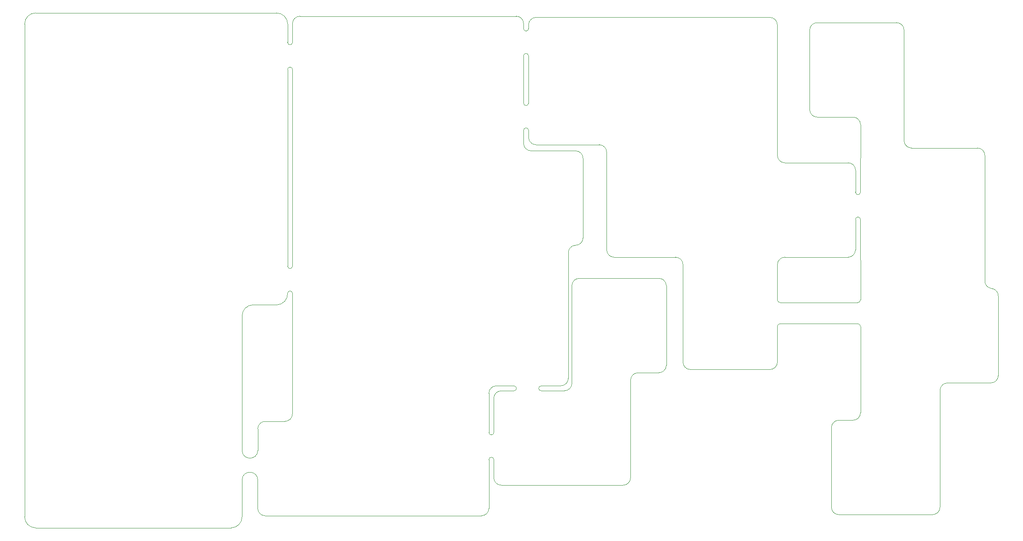
<source format=gbr>
%TF.GenerationSoftware,KiCad,Pcbnew,(6.0.7)*%
%TF.CreationDate,2023-01-06T20:11:21-06:00*%
%TF.ProjectId,OpenRectangle,4f70656e-5265-4637-9461-6e676c652e6b,rev?*%
%TF.SameCoordinates,Original*%
%TF.FileFunction,Profile,NP*%
%FSLAX46Y46*%
G04 Gerber Fmt 4.6, Leading zero omitted, Abs format (unit mm)*
G04 Created by KiCad (PCBNEW (6.0.7)) date 2023-01-06 20:11:21*
%MOMM*%
%LPD*%
G01*
G04 APERTURE LIST*
%TA.AperFunction,Profile*%
%ADD10C,0.100000*%
%TD*%
%TA.AperFunction,Profile*%
%ADD11C,0.050000*%
%TD*%
G04 APERTURE END LIST*
D10*
X306963013Y-82830000D02*
G75*
G03*
X307533112Y-83400087I570087J0D01*
G01*
X323166888Y-83396975D02*
X307533112Y-83400087D01*
X315000000Y-45975199D02*
X322250000Y-45975786D01*
X306959999Y-53682730D02*
X306960104Y-27378251D01*
X202068840Y-124891260D02*
G75*
G03*
X203578834Y-126401260I1509960J-40D01*
G01*
X266228835Y-71831279D02*
G75*
G03*
X264758834Y-73341260I40565J-1510021D01*
G01*
X251226866Y-101189966D02*
G75*
G03*
X249716866Y-102699911I34J-1510034D01*
G01*
X256732268Y-50040000D02*
X256730000Y-48650000D01*
X350050000Y-99605786D02*
X341310000Y-99605786D01*
X317870000Y-124665786D02*
X317870000Y-108635786D01*
X254228834Y-25621260D02*
X210588834Y-25621260D01*
X208106476Y-27196202D02*
G75*
G03*
X205879911Y-24966822I-2226776J2602D01*
G01*
X263974622Y-101190122D02*
G75*
G03*
X265484622Y-99680088I-122J1510122D01*
G01*
X348840014Y-53705786D02*
G75*
G03*
X347340000Y-52205786I-1499914J86D01*
G01*
X267738834Y-54291260D02*
X267738834Y-70321260D01*
X255730000Y-48650000D02*
X255730000Y-51280000D01*
X247218834Y-126401260D02*
X203578834Y-126401260D01*
X278837145Y-97549245D02*
G75*
G03*
X277327145Y-99059287I-45J-1509955D01*
G01*
X207568835Y-107353535D02*
G75*
G03*
X209078835Y-105843529I65J1509935D01*
G01*
X255738840Y-27131260D02*
G75*
G03*
X254228834Y-25621260I-1510040J-40D01*
G01*
X321226877Y-74238657D02*
G75*
G03*
X322734537Y-72740000I1223J1506457D01*
G01*
X322730000Y-61120000D02*
X322734537Y-56698192D01*
X264758834Y-81141260D02*
X264758834Y-98671260D01*
X266994597Y-78495097D02*
G75*
G03*
X265484597Y-80005079I-97J-1509903D01*
G01*
X205879911Y-24966822D02*
X157240089Y-24966822D01*
X209078835Y-105843529D02*
X209090000Y-81530000D01*
X249716866Y-102699911D02*
X249730000Y-109580000D01*
X317870014Y-124665786D02*
G75*
G03*
X319380000Y-126175786I1510086J86D01*
G01*
X272499999Y-72732730D02*
X272500930Y-53060116D01*
X348839985Y-79025786D02*
G75*
G03*
X350210000Y-80545786I1506115J-19914D01*
G01*
X155009911Y-126609911D02*
X155010000Y-27196911D01*
X248728834Y-101694260D02*
X248730000Y-109580000D01*
X315000000Y-26915800D02*
G75*
G03*
X313490000Y-28425786I0J-1510000D01*
G01*
X251226988Y-120237469D02*
X275794597Y-120237469D01*
X196683089Y-128839966D02*
G75*
G03*
X198913466Y-126609911I11J2230366D01*
G01*
X351560000Y-82055786D02*
X351560000Y-98095786D01*
X277326866Y-118729617D02*
X277327145Y-99059287D01*
X275794597Y-120237470D02*
G75*
G03*
X277326866Y-118729617I24303J1507770D01*
G01*
X205939998Y-83849909D02*
G75*
G03*
X208090000Y-81530000I-58898J2210809D01*
G01*
X284539121Y-80005079D02*
G75*
G03*
X283029135Y-78495079I-1510021J-21D01*
G01*
X322230165Y-107128055D02*
X319380000Y-107125786D01*
X249717031Y-118727469D02*
G75*
G03*
X251226988Y-120237469I1509969J-31D01*
G01*
X263974622Y-101190088D02*
X259290000Y-101190088D01*
X306963025Y-82830000D02*
X306964615Y-75748505D01*
X350050000Y-99605800D02*
G75*
G03*
X351560000Y-98095786I0J1510000D01*
G01*
X323740014Y-47465786D02*
G75*
G03*
X322250000Y-45975786I-1505414J-15414D01*
G01*
X201140000Y-83850000D02*
X205940000Y-83850000D01*
X283029135Y-97549617D02*
X278837145Y-97549287D01*
X321224537Y-55188192D02*
X308469768Y-55188191D01*
X332530014Y-50695786D02*
G75*
G03*
X334040000Y-52205786I1510086J86D01*
G01*
X287909999Y-95392730D02*
X287910827Y-75749899D01*
X305454537Y-96902737D02*
G75*
G03*
X306964537Y-95392730I63J1509937D01*
G01*
X266228834Y-71831234D02*
G75*
G03*
X267738834Y-70321260I-34J1510034D01*
G01*
X209090000Y-76030000D02*
X209090000Y-36380000D01*
X251226866Y-101189911D02*
X253790000Y-101189911D01*
X203581334Y-107351334D02*
G75*
G03*
X202071334Y-108861260I-34J-1509966D01*
G01*
X332530000Y-28425786D02*
X332530000Y-50695786D01*
X263248047Y-100183938D02*
X259290000Y-100190000D01*
X256729999Y-27379999D02*
X256730000Y-28130000D01*
X313490000Y-28425786D02*
X313490000Y-44465199D01*
X155009900Y-126609911D02*
G75*
G03*
X157240000Y-128840000I2230100J11D01*
G01*
X323740165Y-105618055D02*
X323736975Y-88223112D01*
X323166888Y-87653025D02*
X307530000Y-87649913D01*
X339800000Y-124665786D02*
X339800000Y-101115786D01*
X209078834Y-27131260D02*
X209090000Y-30880000D01*
X270994537Y-51548192D02*
X258240157Y-51548480D01*
X284539135Y-80005079D02*
X284539135Y-96039617D01*
X348840000Y-53705786D02*
X348840000Y-79025786D01*
X256730000Y-43150000D02*
X256730000Y-33630000D01*
X306960001Y-53682730D02*
G75*
G03*
X308469768Y-55188191I1504899J-570D01*
G01*
X306960162Y-27378251D02*
G75*
G03*
X305454537Y-25867730I-1505662J4851D01*
G01*
X338290000Y-126175800D02*
G75*
G03*
X339800000Y-124665786I0J1510000D01*
G01*
X250230000Y-100190037D02*
G75*
G03*
X248728834Y-101694260I3100J-1504263D01*
G01*
X287910070Y-95392730D02*
G75*
G03*
X289419999Y-96902730I1509930J-70D01*
G01*
X332530014Y-28425786D02*
G75*
G03*
X331020000Y-26915786I-1509914J86D01*
G01*
X253790000Y-100190000D02*
X250230000Y-100190000D01*
X202071334Y-108861260D02*
X202076861Y-113201733D01*
X283029135Y-97549635D02*
G75*
G03*
X284539135Y-96039617I-35J1510035D01*
G01*
X283029135Y-78495079D02*
X266994597Y-78495079D01*
X323736975Y-82826888D02*
X323730000Y-66620000D01*
X272500999Y-53060116D02*
G75*
G03*
X270994537Y-51548192I-1506599J5316D01*
G01*
X248728834Y-124891260D02*
X248730000Y-115080000D01*
X272499979Y-72732730D02*
G75*
G03*
X274009742Y-74238216I1506021J530D01*
G01*
X258238944Y-25867603D02*
G75*
G03*
X256729999Y-27379999I3256J-1512197D01*
G01*
X323736975Y-88223112D02*
G75*
G03*
X323166888Y-87653025I-570075J12D01*
G01*
X210588834Y-25621334D02*
G75*
G03*
X209078834Y-27131260I-34J-1509966D01*
G01*
X256732321Y-50040000D02*
G75*
G03*
X258240157Y-51548480I1505079J-3400D01*
G01*
X202068834Y-124891260D02*
X202068834Y-119190000D01*
X198913178Y-86100000D02*
X198920327Y-113201733D01*
X322734537Y-72740000D02*
X322730000Y-66620000D01*
X157240000Y-128840000D02*
X196683089Y-128840000D01*
X249716988Y-118727469D02*
X249730000Y-115080000D01*
X286404537Y-74238192D02*
X274009742Y-74238216D01*
X351559987Y-82055786D02*
G75*
G03*
X350210000Y-80545786I-1519387J86D01*
G01*
X202068834Y-119190000D02*
G75*
G03*
X198913466Y-119190000I-1577684J0D01*
G01*
X198920327Y-113201733D02*
G75*
G03*
X202076861Y-113201733I1578267J0D01*
G01*
X198913466Y-119190000D02*
X198913466Y-126609911D01*
X203581334Y-107351260D02*
X207568835Y-107353529D01*
X338290000Y-126175786D02*
X319380000Y-126175786D01*
X323740000Y-47465786D02*
X323730000Y-61120000D01*
X257248834Y-52781260D02*
X266228834Y-52781260D01*
X265484597Y-80005079D02*
X265484622Y-99680088D01*
X255730000Y-33630000D02*
X255730000Y-43150000D01*
X308479999Y-74238192D02*
X321226877Y-74238579D01*
X334040000Y-52205786D02*
X347340000Y-52205786D01*
X313490001Y-44465199D02*
G75*
G03*
X315000000Y-45975199I1509999J-1D01*
G01*
X157240089Y-24966800D02*
G75*
G03*
X155010000Y-27196911I11J-2230100D01*
G01*
X306964537Y-95392730D02*
X306964537Y-88220000D01*
X255730042Y-51280000D02*
G75*
G03*
X257248834Y-52781260I1518758J17600D01*
G01*
X305454537Y-25867730D02*
X258238944Y-25867652D01*
X323166888Y-83396975D02*
G75*
G03*
X323736975Y-82826888I12J570075D01*
G01*
X331020000Y-26915786D02*
X315000000Y-26915786D01*
X287910899Y-75749899D02*
G75*
G03*
X286404537Y-74238192I-1506599J5099D01*
G01*
X208106455Y-27196202D02*
X208090000Y-30880000D01*
X208090000Y-36380000D02*
X208090000Y-76030000D01*
X322734608Y-56698192D02*
G75*
G03*
X321224537Y-55188192I-1510008J-8D01*
G01*
X201140000Y-83849958D02*
G75*
G03*
X198913178Y-86100000I0J-2226942D01*
G01*
X308479999Y-74238205D02*
G75*
G03*
X306964615Y-75748505I301J-1515695D01*
G01*
X319380000Y-107125800D02*
G75*
G03*
X317870000Y-108635786I0J-1510000D01*
G01*
X247218834Y-126401334D02*
G75*
G03*
X248728834Y-124891260I-34J1510034D01*
G01*
X305454537Y-96902730D02*
X289419999Y-96902730D01*
X341310000Y-99605800D02*
G75*
G03*
X339800000Y-101115786I0J-1510000D01*
G01*
X322230165Y-107128065D02*
G75*
G03*
X323740165Y-105618055I35J1509965D01*
G01*
X263248047Y-100183933D02*
G75*
G03*
X264758834Y-98671260I-1847J1512633D01*
G01*
X264758834Y-81141260D02*
X264758834Y-73341260D01*
X307530000Y-87649918D02*
G75*
G03*
X306964537Y-88220000I0J-565482D01*
G01*
X267738840Y-54291260D02*
G75*
G03*
X266228834Y-52781260I-1510040J-40D01*
G01*
X255738834Y-27131260D02*
X255730000Y-28130000D01*
D11*
%TO.C,REF\u002A\u002A*%
X255730000Y-28130000D02*
G75*
G03*
X256730000Y-28130000I500000J0D01*
G01*
X256730000Y-33630000D02*
G75*
G03*
X255730000Y-33630000I-500000J0D01*
G01*
X249730000Y-115080000D02*
G75*
G03*
X248730000Y-115080000I-500000J0D01*
G01*
X248730000Y-109580000D02*
G75*
G03*
X249730000Y-109580000I500000J0D01*
G01*
X253790000Y-101190000D02*
G75*
G03*
X253790000Y-100190000I0J500000D01*
G01*
X259290000Y-100190000D02*
G75*
G03*
X259290000Y-101190000I0J-500000D01*
G01*
X255730000Y-43150000D02*
G75*
G03*
X256730000Y-43150000I500000J0D01*
G01*
X256730000Y-48650000D02*
G75*
G03*
X255730000Y-48650000I-500000J0D01*
G01*
X323730000Y-66620000D02*
G75*
G03*
X322730000Y-66620000I-500000J0D01*
G01*
X322730000Y-61120000D02*
G75*
G03*
X323730000Y-61120000I500000J0D01*
G01*
X209090000Y-36380000D02*
G75*
G03*
X208090000Y-36380000I-500000J0D01*
G01*
X208090000Y-30880000D02*
G75*
G03*
X209090000Y-30880000I500000J0D01*
G01*
X209090000Y-81530000D02*
G75*
G03*
X208090000Y-81530000I-500000J0D01*
G01*
X208090000Y-76030000D02*
G75*
G03*
X209090000Y-76030000I500000J0D01*
G01*
%TD*%
M02*

</source>
